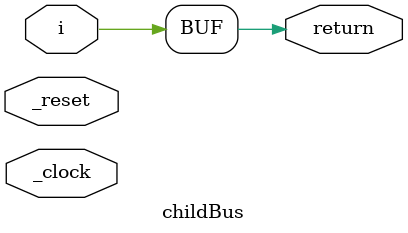
<source format=v>
module parent(_clock, _reset, i, return);
	input _clock;
	input _reset;
	input i;
	output return;

	wire child_return;
	wire [4:0]childBus_return;
	child child_0(._clock(_clock),._reset(_reset),.i(i),.return(child_return));
	childBus childBus_0(._clock(_clock),._reset(_reset),.i(i),.return(childBusReturn));
	
	assign return = ^childReturn+child;
	endmodule

module child(_clock, _reset,i,return);
	input _clock;
	input _reset;
	input i;
	output return;

	assign return = i+1;
	endmodule

module childBus(_clock,_reset,i,return);
	input _clock;
	input _reset;
	input i;
	output return;

	assign return = {5{i}};
	endmodule
	

</source>
